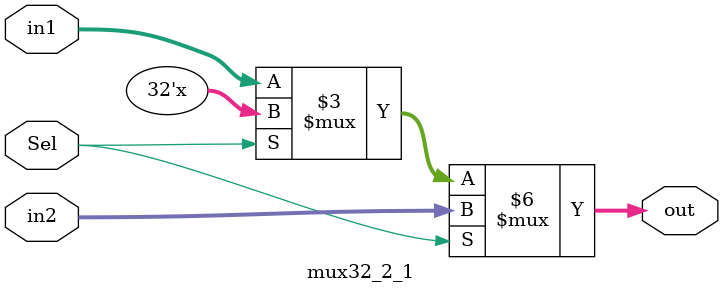
<source format=v>


module mux32_2_1(in1,in2,Sel,out);

input[31:0]in1,in2;

input Sel;

output[31:0]out;

reg[31:0]out;


always@(*)
begin 

if(Sel)
   out<=in2;
	
else if(!Sel)
   out<=in1;


end


endmodule
</source>
